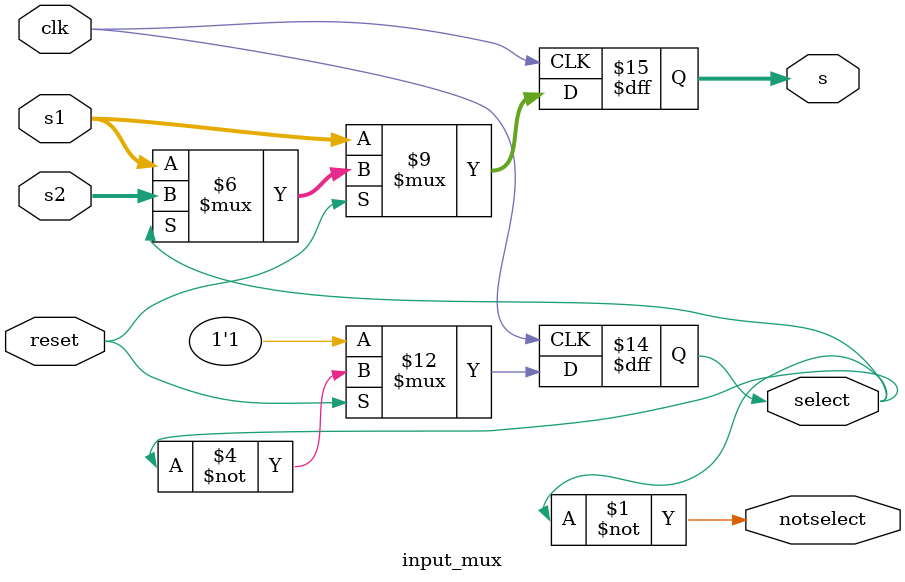
<source format=sv>


module input_mux (
	input logic 	   clk, 
	input logic 	   reset,
	input logic  [3:0] s1,			// 1st s input
	input logic  [3:0] s2,			// 2nd s input
	output logic 	   select, 	
	output logic 	   notselect,
	output logic [3:0] s
	);
	
	// Internal logic counter
	logic [17:0] counter;
	
	assign notselect = ~select;
	
	always_ff @ (posedge clk) begin	// Removed: ", negedge reset" since bad for asynch 
		if (reset == 0) begin
			select <= 1;
			s <= s1;
		end
		
		else begin
			if (select)
				s <= s2;
				
			else 
				s <= s1;
				select <= ~select;
		
		end
	end
endmodule				

</source>
